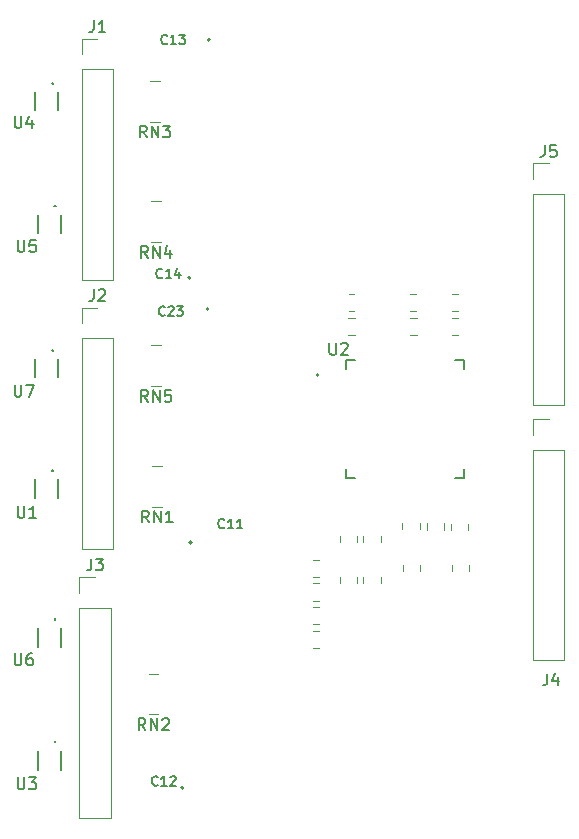
<source format=gbr>
%TF.GenerationSoftware,KiCad,Pcbnew,8.0.4*%
%TF.CreationDate,2024-11-14T19:13:44-05:00*%
%TF.ProjectId,ADS1299_Breakout_Board,41445331-3239-4395-9f42-7265616b6f75,rev?*%
%TF.SameCoordinates,Original*%
%TF.FileFunction,Legend,Top*%
%TF.FilePolarity,Positive*%
%FSLAX46Y46*%
G04 Gerber Fmt 4.6, Leading zero omitted, Abs format (unit mm)*
G04 Created by KiCad (PCBNEW 8.0.4) date 2024-11-14 19:13:44*
%MOMM*%
%LPD*%
G01*
G04 APERTURE LIST*
%ADD10C,0.150000*%
%ADD11C,0.120000*%
%ADD12C,0.200000*%
%ADD13C,0.152400*%
%ADD14C,0.127000*%
G04 APERTURE END LIST*
D10*
X144085714Y-110061104D02*
X144047618Y-110099200D01*
X144047618Y-110099200D02*
X143933333Y-110137295D01*
X143933333Y-110137295D02*
X143857142Y-110137295D01*
X143857142Y-110137295D02*
X143742856Y-110099200D01*
X143742856Y-110099200D02*
X143666666Y-110023009D01*
X143666666Y-110023009D02*
X143628571Y-109946819D01*
X143628571Y-109946819D02*
X143590475Y-109794438D01*
X143590475Y-109794438D02*
X143590475Y-109680152D01*
X143590475Y-109680152D02*
X143628571Y-109527771D01*
X143628571Y-109527771D02*
X143666666Y-109451580D01*
X143666666Y-109451580D02*
X143742856Y-109375390D01*
X143742856Y-109375390D02*
X143857142Y-109337295D01*
X143857142Y-109337295D02*
X143933333Y-109337295D01*
X143933333Y-109337295D02*
X144047618Y-109375390D01*
X144047618Y-109375390D02*
X144085714Y-109413485D01*
X144847618Y-110137295D02*
X144390475Y-110137295D01*
X144619047Y-110137295D02*
X144619047Y-109337295D01*
X144619047Y-109337295D02*
X144542856Y-109451580D01*
X144542856Y-109451580D02*
X144466666Y-109527771D01*
X144466666Y-109527771D02*
X144390475Y-109565866D01*
X145152380Y-109413485D02*
X145190476Y-109375390D01*
X145190476Y-109375390D02*
X145266666Y-109337295D01*
X145266666Y-109337295D02*
X145457142Y-109337295D01*
X145457142Y-109337295D02*
X145533333Y-109375390D01*
X145533333Y-109375390D02*
X145571428Y-109413485D01*
X145571428Y-109413485D02*
X145609523Y-109489676D01*
X145609523Y-109489676D02*
X145609523Y-109565866D01*
X145609523Y-109565866D02*
X145571428Y-109680152D01*
X145571428Y-109680152D02*
X145114285Y-110137295D01*
X145114285Y-110137295D02*
X145609523Y-110137295D01*
X143159523Y-55254819D02*
X142826190Y-54778628D01*
X142588095Y-55254819D02*
X142588095Y-54254819D01*
X142588095Y-54254819D02*
X142969047Y-54254819D01*
X142969047Y-54254819D02*
X143064285Y-54302438D01*
X143064285Y-54302438D02*
X143111904Y-54350057D01*
X143111904Y-54350057D02*
X143159523Y-54445295D01*
X143159523Y-54445295D02*
X143159523Y-54588152D01*
X143159523Y-54588152D02*
X143111904Y-54683390D01*
X143111904Y-54683390D02*
X143064285Y-54731009D01*
X143064285Y-54731009D02*
X142969047Y-54778628D01*
X142969047Y-54778628D02*
X142588095Y-54778628D01*
X143588095Y-55254819D02*
X143588095Y-54254819D01*
X143588095Y-54254819D02*
X144159523Y-55254819D01*
X144159523Y-55254819D02*
X144159523Y-54254819D01*
X144540476Y-54254819D02*
X145159523Y-54254819D01*
X145159523Y-54254819D02*
X144826190Y-54635771D01*
X144826190Y-54635771D02*
X144969047Y-54635771D01*
X144969047Y-54635771D02*
X145064285Y-54683390D01*
X145064285Y-54683390D02*
X145111904Y-54731009D01*
X145111904Y-54731009D02*
X145159523Y-54826247D01*
X145159523Y-54826247D02*
X145159523Y-55064342D01*
X145159523Y-55064342D02*
X145111904Y-55159580D01*
X145111904Y-55159580D02*
X145064285Y-55207200D01*
X145064285Y-55207200D02*
X144969047Y-55254819D01*
X144969047Y-55254819D02*
X144683333Y-55254819D01*
X144683333Y-55254819D02*
X144588095Y-55207200D01*
X144588095Y-55207200D02*
X144540476Y-55159580D01*
X132238094Y-63954820D02*
X132238094Y-64764343D01*
X132238094Y-64764343D02*
X132285713Y-64859581D01*
X132285713Y-64859581D02*
X132333332Y-64907201D01*
X132333332Y-64907201D02*
X132428570Y-64954820D01*
X132428570Y-64954820D02*
X132619046Y-64954820D01*
X132619046Y-64954820D02*
X132714284Y-64907201D01*
X132714284Y-64907201D02*
X132761903Y-64859581D01*
X132761903Y-64859581D02*
X132809522Y-64764343D01*
X132809522Y-64764343D02*
X132809522Y-63954820D01*
X133761903Y-63954820D02*
X133285713Y-63954820D01*
X133285713Y-63954820D02*
X133238094Y-64431010D01*
X133238094Y-64431010D02*
X133285713Y-64383391D01*
X133285713Y-64383391D02*
X133380951Y-64335772D01*
X133380951Y-64335772D02*
X133619046Y-64335772D01*
X133619046Y-64335772D02*
X133714284Y-64383391D01*
X133714284Y-64383391D02*
X133761903Y-64431010D01*
X133761903Y-64431010D02*
X133809522Y-64526248D01*
X133809522Y-64526248D02*
X133809522Y-64764343D01*
X133809522Y-64764343D02*
X133761903Y-64859581D01*
X133761903Y-64859581D02*
X133714284Y-64907201D01*
X133714284Y-64907201D02*
X133619046Y-64954820D01*
X133619046Y-64954820D02*
X133380951Y-64954820D01*
X133380951Y-64954820D02*
X133285713Y-64907201D01*
X133285713Y-64907201D02*
X133238094Y-64859581D01*
X143259523Y-65454819D02*
X142926190Y-64978628D01*
X142688095Y-65454819D02*
X142688095Y-64454819D01*
X142688095Y-64454819D02*
X143069047Y-64454819D01*
X143069047Y-64454819D02*
X143164285Y-64502438D01*
X143164285Y-64502438D02*
X143211904Y-64550057D01*
X143211904Y-64550057D02*
X143259523Y-64645295D01*
X143259523Y-64645295D02*
X143259523Y-64788152D01*
X143259523Y-64788152D02*
X143211904Y-64883390D01*
X143211904Y-64883390D02*
X143164285Y-64931009D01*
X143164285Y-64931009D02*
X143069047Y-64978628D01*
X143069047Y-64978628D02*
X142688095Y-64978628D01*
X143688095Y-65454819D02*
X143688095Y-64454819D01*
X143688095Y-64454819D02*
X144259523Y-65454819D01*
X144259523Y-65454819D02*
X144259523Y-64454819D01*
X145164285Y-64788152D02*
X145164285Y-65454819D01*
X144926190Y-64407200D02*
X144688095Y-65121485D01*
X144688095Y-65121485D02*
X145307142Y-65121485D01*
X143059523Y-105454819D02*
X142726190Y-104978628D01*
X142488095Y-105454819D02*
X142488095Y-104454819D01*
X142488095Y-104454819D02*
X142869047Y-104454819D01*
X142869047Y-104454819D02*
X142964285Y-104502438D01*
X142964285Y-104502438D02*
X143011904Y-104550057D01*
X143011904Y-104550057D02*
X143059523Y-104645295D01*
X143059523Y-104645295D02*
X143059523Y-104788152D01*
X143059523Y-104788152D02*
X143011904Y-104883390D01*
X143011904Y-104883390D02*
X142964285Y-104931009D01*
X142964285Y-104931009D02*
X142869047Y-104978628D01*
X142869047Y-104978628D02*
X142488095Y-104978628D01*
X143488095Y-105454819D02*
X143488095Y-104454819D01*
X143488095Y-104454819D02*
X144059523Y-105454819D01*
X144059523Y-105454819D02*
X144059523Y-104454819D01*
X144488095Y-104550057D02*
X144535714Y-104502438D01*
X144535714Y-104502438D02*
X144630952Y-104454819D01*
X144630952Y-104454819D02*
X144869047Y-104454819D01*
X144869047Y-104454819D02*
X144964285Y-104502438D01*
X144964285Y-104502438D02*
X145011904Y-104550057D01*
X145011904Y-104550057D02*
X145059523Y-104645295D01*
X145059523Y-104645295D02*
X145059523Y-104740533D01*
X145059523Y-104740533D02*
X145011904Y-104883390D01*
X145011904Y-104883390D02*
X144440476Y-105454819D01*
X144440476Y-105454819D02*
X145059523Y-105454819D01*
X144485714Y-67086104D02*
X144447618Y-67124200D01*
X144447618Y-67124200D02*
X144333333Y-67162295D01*
X144333333Y-67162295D02*
X144257142Y-67162295D01*
X144257142Y-67162295D02*
X144142856Y-67124200D01*
X144142856Y-67124200D02*
X144066666Y-67048009D01*
X144066666Y-67048009D02*
X144028571Y-66971819D01*
X144028571Y-66971819D02*
X143990475Y-66819438D01*
X143990475Y-66819438D02*
X143990475Y-66705152D01*
X143990475Y-66705152D02*
X144028571Y-66552771D01*
X144028571Y-66552771D02*
X144066666Y-66476580D01*
X144066666Y-66476580D02*
X144142856Y-66400390D01*
X144142856Y-66400390D02*
X144257142Y-66362295D01*
X144257142Y-66362295D02*
X144333333Y-66362295D01*
X144333333Y-66362295D02*
X144447618Y-66400390D01*
X144447618Y-66400390D02*
X144485714Y-66438485D01*
X145247618Y-67162295D02*
X144790475Y-67162295D01*
X145019047Y-67162295D02*
X145019047Y-66362295D01*
X145019047Y-66362295D02*
X144942856Y-66476580D01*
X144942856Y-66476580D02*
X144866666Y-66552771D01*
X144866666Y-66552771D02*
X144790475Y-66590866D01*
X145933333Y-66628961D02*
X145933333Y-67162295D01*
X145742857Y-66324200D02*
X145552380Y-66895628D01*
X145552380Y-66895628D02*
X146047619Y-66895628D01*
X131988094Y-53454820D02*
X131988094Y-54264343D01*
X131988094Y-54264343D02*
X132035713Y-54359581D01*
X132035713Y-54359581D02*
X132083332Y-54407201D01*
X132083332Y-54407201D02*
X132178570Y-54454820D01*
X132178570Y-54454820D02*
X132369046Y-54454820D01*
X132369046Y-54454820D02*
X132464284Y-54407201D01*
X132464284Y-54407201D02*
X132511903Y-54359581D01*
X132511903Y-54359581D02*
X132559522Y-54264343D01*
X132559522Y-54264343D02*
X132559522Y-53454820D01*
X133464284Y-53788153D02*
X133464284Y-54454820D01*
X133226189Y-53407201D02*
X132988094Y-54121486D01*
X132988094Y-54121486D02*
X133607141Y-54121486D01*
X158638095Y-72654819D02*
X158638095Y-73464342D01*
X158638095Y-73464342D02*
X158685714Y-73559580D01*
X158685714Y-73559580D02*
X158733333Y-73607200D01*
X158733333Y-73607200D02*
X158828571Y-73654819D01*
X158828571Y-73654819D02*
X159019047Y-73654819D01*
X159019047Y-73654819D02*
X159114285Y-73607200D01*
X159114285Y-73607200D02*
X159161904Y-73559580D01*
X159161904Y-73559580D02*
X159209523Y-73464342D01*
X159209523Y-73464342D02*
X159209523Y-72654819D01*
X159638095Y-72750057D02*
X159685714Y-72702438D01*
X159685714Y-72702438D02*
X159780952Y-72654819D01*
X159780952Y-72654819D02*
X160019047Y-72654819D01*
X160019047Y-72654819D02*
X160114285Y-72702438D01*
X160114285Y-72702438D02*
X160161904Y-72750057D01*
X160161904Y-72750057D02*
X160209523Y-72845295D01*
X160209523Y-72845295D02*
X160209523Y-72940533D01*
X160209523Y-72940533D02*
X160161904Y-73083390D01*
X160161904Y-73083390D02*
X159590476Y-73654819D01*
X159590476Y-73654819D02*
X160209523Y-73654819D01*
X138666666Y-68124819D02*
X138666666Y-68839104D01*
X138666666Y-68839104D02*
X138619047Y-68981961D01*
X138619047Y-68981961D02*
X138523809Y-69077200D01*
X138523809Y-69077200D02*
X138380952Y-69124819D01*
X138380952Y-69124819D02*
X138285714Y-69124819D01*
X139095238Y-68220057D02*
X139142857Y-68172438D01*
X139142857Y-68172438D02*
X139238095Y-68124819D01*
X139238095Y-68124819D02*
X139476190Y-68124819D01*
X139476190Y-68124819D02*
X139571428Y-68172438D01*
X139571428Y-68172438D02*
X139619047Y-68220057D01*
X139619047Y-68220057D02*
X139666666Y-68315295D01*
X139666666Y-68315295D02*
X139666666Y-68410533D01*
X139666666Y-68410533D02*
X139619047Y-68553390D01*
X139619047Y-68553390D02*
X139047619Y-69124819D01*
X139047619Y-69124819D02*
X139666666Y-69124819D01*
X143259523Y-77654819D02*
X142926190Y-77178628D01*
X142688095Y-77654819D02*
X142688095Y-76654819D01*
X142688095Y-76654819D02*
X143069047Y-76654819D01*
X143069047Y-76654819D02*
X143164285Y-76702438D01*
X143164285Y-76702438D02*
X143211904Y-76750057D01*
X143211904Y-76750057D02*
X143259523Y-76845295D01*
X143259523Y-76845295D02*
X143259523Y-76988152D01*
X143259523Y-76988152D02*
X143211904Y-77083390D01*
X143211904Y-77083390D02*
X143164285Y-77131009D01*
X143164285Y-77131009D02*
X143069047Y-77178628D01*
X143069047Y-77178628D02*
X142688095Y-77178628D01*
X143688095Y-77654819D02*
X143688095Y-76654819D01*
X143688095Y-76654819D02*
X144259523Y-77654819D01*
X144259523Y-77654819D02*
X144259523Y-76654819D01*
X145211904Y-76654819D02*
X144735714Y-76654819D01*
X144735714Y-76654819D02*
X144688095Y-77131009D01*
X144688095Y-77131009D02*
X144735714Y-77083390D01*
X144735714Y-77083390D02*
X144830952Y-77035771D01*
X144830952Y-77035771D02*
X145069047Y-77035771D01*
X145069047Y-77035771D02*
X145164285Y-77083390D01*
X145164285Y-77083390D02*
X145211904Y-77131009D01*
X145211904Y-77131009D02*
X145259523Y-77226247D01*
X145259523Y-77226247D02*
X145259523Y-77464342D01*
X145259523Y-77464342D02*
X145211904Y-77559580D01*
X145211904Y-77559580D02*
X145164285Y-77607200D01*
X145164285Y-77607200D02*
X145069047Y-77654819D01*
X145069047Y-77654819D02*
X144830952Y-77654819D01*
X144830952Y-77654819D02*
X144735714Y-77607200D01*
X144735714Y-77607200D02*
X144688095Y-77559580D01*
X144885714Y-47286104D02*
X144847618Y-47324200D01*
X144847618Y-47324200D02*
X144733333Y-47362295D01*
X144733333Y-47362295D02*
X144657142Y-47362295D01*
X144657142Y-47362295D02*
X144542856Y-47324200D01*
X144542856Y-47324200D02*
X144466666Y-47248009D01*
X144466666Y-47248009D02*
X144428571Y-47171819D01*
X144428571Y-47171819D02*
X144390475Y-47019438D01*
X144390475Y-47019438D02*
X144390475Y-46905152D01*
X144390475Y-46905152D02*
X144428571Y-46752771D01*
X144428571Y-46752771D02*
X144466666Y-46676580D01*
X144466666Y-46676580D02*
X144542856Y-46600390D01*
X144542856Y-46600390D02*
X144657142Y-46562295D01*
X144657142Y-46562295D02*
X144733333Y-46562295D01*
X144733333Y-46562295D02*
X144847618Y-46600390D01*
X144847618Y-46600390D02*
X144885714Y-46638485D01*
X145647618Y-47362295D02*
X145190475Y-47362295D01*
X145419047Y-47362295D02*
X145419047Y-46562295D01*
X145419047Y-46562295D02*
X145342856Y-46676580D01*
X145342856Y-46676580D02*
X145266666Y-46752771D01*
X145266666Y-46752771D02*
X145190475Y-46790866D01*
X145914285Y-46562295D02*
X146409523Y-46562295D01*
X146409523Y-46562295D02*
X146142857Y-46867057D01*
X146142857Y-46867057D02*
X146257142Y-46867057D01*
X146257142Y-46867057D02*
X146333333Y-46905152D01*
X146333333Y-46905152D02*
X146371428Y-46943247D01*
X146371428Y-46943247D02*
X146409523Y-47019438D01*
X146409523Y-47019438D02*
X146409523Y-47209914D01*
X146409523Y-47209914D02*
X146371428Y-47286104D01*
X146371428Y-47286104D02*
X146333333Y-47324200D01*
X146333333Y-47324200D02*
X146257142Y-47362295D01*
X146257142Y-47362295D02*
X146028571Y-47362295D01*
X146028571Y-47362295D02*
X145952380Y-47324200D01*
X145952380Y-47324200D02*
X145914285Y-47286104D01*
X132238094Y-86454818D02*
X132238094Y-87264341D01*
X132238094Y-87264341D02*
X132285713Y-87359579D01*
X132285713Y-87359579D02*
X132333332Y-87407199D01*
X132333332Y-87407199D02*
X132428570Y-87454818D01*
X132428570Y-87454818D02*
X132619046Y-87454818D01*
X132619046Y-87454818D02*
X132714284Y-87407199D01*
X132714284Y-87407199D02*
X132761903Y-87359579D01*
X132761903Y-87359579D02*
X132809522Y-87264341D01*
X132809522Y-87264341D02*
X132809522Y-86454818D01*
X133809522Y-87454818D02*
X133238094Y-87454818D01*
X133523808Y-87454818D02*
X133523808Y-86454818D01*
X133523808Y-86454818D02*
X133428570Y-86597675D01*
X133428570Y-86597675D02*
X133333332Y-86692913D01*
X133333332Y-86692913D02*
X133238094Y-86740532D01*
X138666666Y-45344819D02*
X138666666Y-46059104D01*
X138666666Y-46059104D02*
X138619047Y-46201961D01*
X138619047Y-46201961D02*
X138523809Y-46297200D01*
X138523809Y-46297200D02*
X138380952Y-46344819D01*
X138380952Y-46344819D02*
X138285714Y-46344819D01*
X139666666Y-46344819D02*
X139095238Y-46344819D01*
X139380952Y-46344819D02*
X139380952Y-45344819D01*
X139380952Y-45344819D02*
X139285714Y-45487676D01*
X139285714Y-45487676D02*
X139190476Y-45582914D01*
X139190476Y-45582914D02*
X139095238Y-45630533D01*
X143359523Y-87854819D02*
X143026190Y-87378628D01*
X142788095Y-87854819D02*
X142788095Y-86854819D01*
X142788095Y-86854819D02*
X143169047Y-86854819D01*
X143169047Y-86854819D02*
X143264285Y-86902438D01*
X143264285Y-86902438D02*
X143311904Y-86950057D01*
X143311904Y-86950057D02*
X143359523Y-87045295D01*
X143359523Y-87045295D02*
X143359523Y-87188152D01*
X143359523Y-87188152D02*
X143311904Y-87283390D01*
X143311904Y-87283390D02*
X143264285Y-87331009D01*
X143264285Y-87331009D02*
X143169047Y-87378628D01*
X143169047Y-87378628D02*
X142788095Y-87378628D01*
X143788095Y-87854819D02*
X143788095Y-86854819D01*
X143788095Y-86854819D02*
X144359523Y-87854819D01*
X144359523Y-87854819D02*
X144359523Y-86854819D01*
X145359523Y-87854819D02*
X144788095Y-87854819D01*
X145073809Y-87854819D02*
X145073809Y-86854819D01*
X145073809Y-86854819D02*
X144978571Y-86997676D01*
X144978571Y-86997676D02*
X144883333Y-87092914D01*
X144883333Y-87092914D02*
X144788095Y-87140533D01*
X132238094Y-109454818D02*
X132238094Y-110264341D01*
X132238094Y-110264341D02*
X132285713Y-110359579D01*
X132285713Y-110359579D02*
X132333332Y-110407199D01*
X132333332Y-110407199D02*
X132428570Y-110454818D01*
X132428570Y-110454818D02*
X132619046Y-110454818D01*
X132619046Y-110454818D02*
X132714284Y-110407199D01*
X132714284Y-110407199D02*
X132761903Y-110359579D01*
X132761903Y-110359579D02*
X132809522Y-110264341D01*
X132809522Y-110264341D02*
X132809522Y-109454818D01*
X133190475Y-109454818D02*
X133809522Y-109454818D01*
X133809522Y-109454818D02*
X133476189Y-109835770D01*
X133476189Y-109835770D02*
X133619046Y-109835770D01*
X133619046Y-109835770D02*
X133714284Y-109883389D01*
X133714284Y-109883389D02*
X133761903Y-109931008D01*
X133761903Y-109931008D02*
X133809522Y-110026246D01*
X133809522Y-110026246D02*
X133809522Y-110264341D01*
X133809522Y-110264341D02*
X133761903Y-110359579D01*
X133761903Y-110359579D02*
X133714284Y-110407199D01*
X133714284Y-110407199D02*
X133619046Y-110454818D01*
X133619046Y-110454818D02*
X133333332Y-110454818D01*
X133333332Y-110454818D02*
X133238094Y-110407199D01*
X133238094Y-110407199D02*
X133190475Y-110359579D01*
X131988094Y-98954818D02*
X131988094Y-99764341D01*
X131988094Y-99764341D02*
X132035713Y-99859579D01*
X132035713Y-99859579D02*
X132083332Y-99907199D01*
X132083332Y-99907199D02*
X132178570Y-99954818D01*
X132178570Y-99954818D02*
X132369046Y-99954818D01*
X132369046Y-99954818D02*
X132464284Y-99907199D01*
X132464284Y-99907199D02*
X132511903Y-99859579D01*
X132511903Y-99859579D02*
X132559522Y-99764341D01*
X132559522Y-99764341D02*
X132559522Y-98954818D01*
X133464284Y-98954818D02*
X133273808Y-98954818D01*
X133273808Y-98954818D02*
X133178570Y-99002437D01*
X133178570Y-99002437D02*
X133130951Y-99050056D01*
X133130951Y-99050056D02*
X133035713Y-99192913D01*
X133035713Y-99192913D02*
X132988094Y-99383389D01*
X132988094Y-99383389D02*
X132988094Y-99764341D01*
X132988094Y-99764341D02*
X133035713Y-99859579D01*
X133035713Y-99859579D02*
X133083332Y-99907199D01*
X133083332Y-99907199D02*
X133178570Y-99954818D01*
X133178570Y-99954818D02*
X133369046Y-99954818D01*
X133369046Y-99954818D02*
X133464284Y-99907199D01*
X133464284Y-99907199D02*
X133511903Y-99859579D01*
X133511903Y-99859579D02*
X133559522Y-99764341D01*
X133559522Y-99764341D02*
X133559522Y-99526246D01*
X133559522Y-99526246D02*
X133511903Y-99431008D01*
X133511903Y-99431008D02*
X133464284Y-99383389D01*
X133464284Y-99383389D02*
X133369046Y-99335770D01*
X133369046Y-99335770D02*
X133178570Y-99335770D01*
X133178570Y-99335770D02*
X133083332Y-99383389D01*
X133083332Y-99383389D02*
X133035713Y-99431008D01*
X133035713Y-99431008D02*
X132988094Y-99526246D01*
X149735714Y-88286104D02*
X149697618Y-88324200D01*
X149697618Y-88324200D02*
X149583333Y-88362295D01*
X149583333Y-88362295D02*
X149507142Y-88362295D01*
X149507142Y-88362295D02*
X149392856Y-88324200D01*
X149392856Y-88324200D02*
X149316666Y-88248009D01*
X149316666Y-88248009D02*
X149278571Y-88171819D01*
X149278571Y-88171819D02*
X149240475Y-88019438D01*
X149240475Y-88019438D02*
X149240475Y-87905152D01*
X149240475Y-87905152D02*
X149278571Y-87752771D01*
X149278571Y-87752771D02*
X149316666Y-87676580D01*
X149316666Y-87676580D02*
X149392856Y-87600390D01*
X149392856Y-87600390D02*
X149507142Y-87562295D01*
X149507142Y-87562295D02*
X149583333Y-87562295D01*
X149583333Y-87562295D02*
X149697618Y-87600390D01*
X149697618Y-87600390D02*
X149735714Y-87638485D01*
X150497618Y-88362295D02*
X150040475Y-88362295D01*
X150269047Y-88362295D02*
X150269047Y-87562295D01*
X150269047Y-87562295D02*
X150192856Y-87676580D01*
X150192856Y-87676580D02*
X150116666Y-87752771D01*
X150116666Y-87752771D02*
X150040475Y-87790866D01*
X151259523Y-88362295D02*
X150802380Y-88362295D01*
X151030952Y-88362295D02*
X151030952Y-87562295D01*
X151030952Y-87562295D02*
X150954761Y-87676580D01*
X150954761Y-87676580D02*
X150878571Y-87752771D01*
X150878571Y-87752771D02*
X150802380Y-87790866D01*
X144685714Y-70286104D02*
X144647618Y-70324200D01*
X144647618Y-70324200D02*
X144533333Y-70362295D01*
X144533333Y-70362295D02*
X144457142Y-70362295D01*
X144457142Y-70362295D02*
X144342856Y-70324200D01*
X144342856Y-70324200D02*
X144266666Y-70248009D01*
X144266666Y-70248009D02*
X144228571Y-70171819D01*
X144228571Y-70171819D02*
X144190475Y-70019438D01*
X144190475Y-70019438D02*
X144190475Y-69905152D01*
X144190475Y-69905152D02*
X144228571Y-69752771D01*
X144228571Y-69752771D02*
X144266666Y-69676580D01*
X144266666Y-69676580D02*
X144342856Y-69600390D01*
X144342856Y-69600390D02*
X144457142Y-69562295D01*
X144457142Y-69562295D02*
X144533333Y-69562295D01*
X144533333Y-69562295D02*
X144647618Y-69600390D01*
X144647618Y-69600390D02*
X144685714Y-69638485D01*
X144990475Y-69638485D02*
X145028571Y-69600390D01*
X145028571Y-69600390D02*
X145104761Y-69562295D01*
X145104761Y-69562295D02*
X145295237Y-69562295D01*
X145295237Y-69562295D02*
X145371428Y-69600390D01*
X145371428Y-69600390D02*
X145409523Y-69638485D01*
X145409523Y-69638485D02*
X145447618Y-69714676D01*
X145447618Y-69714676D02*
X145447618Y-69790866D01*
X145447618Y-69790866D02*
X145409523Y-69905152D01*
X145409523Y-69905152D02*
X144952380Y-70362295D01*
X144952380Y-70362295D02*
X145447618Y-70362295D01*
X145714285Y-69562295D02*
X146209523Y-69562295D01*
X146209523Y-69562295D02*
X145942857Y-69867057D01*
X145942857Y-69867057D02*
X146057142Y-69867057D01*
X146057142Y-69867057D02*
X146133333Y-69905152D01*
X146133333Y-69905152D02*
X146171428Y-69943247D01*
X146171428Y-69943247D02*
X146209523Y-70019438D01*
X146209523Y-70019438D02*
X146209523Y-70209914D01*
X146209523Y-70209914D02*
X146171428Y-70286104D01*
X146171428Y-70286104D02*
X146133333Y-70324200D01*
X146133333Y-70324200D02*
X146057142Y-70362295D01*
X146057142Y-70362295D02*
X145828571Y-70362295D01*
X145828571Y-70362295D02*
X145752380Y-70324200D01*
X145752380Y-70324200D02*
X145714285Y-70286104D01*
X176866666Y-55924819D02*
X176866666Y-56639104D01*
X176866666Y-56639104D02*
X176819047Y-56781961D01*
X176819047Y-56781961D02*
X176723809Y-56877200D01*
X176723809Y-56877200D02*
X176580952Y-56924819D01*
X176580952Y-56924819D02*
X176485714Y-56924819D01*
X177819047Y-55924819D02*
X177342857Y-55924819D01*
X177342857Y-55924819D02*
X177295238Y-56401009D01*
X177295238Y-56401009D02*
X177342857Y-56353390D01*
X177342857Y-56353390D02*
X177438095Y-56305771D01*
X177438095Y-56305771D02*
X177676190Y-56305771D01*
X177676190Y-56305771D02*
X177771428Y-56353390D01*
X177771428Y-56353390D02*
X177819047Y-56401009D01*
X177819047Y-56401009D02*
X177866666Y-56496247D01*
X177866666Y-56496247D02*
X177866666Y-56734342D01*
X177866666Y-56734342D02*
X177819047Y-56829580D01*
X177819047Y-56829580D02*
X177771428Y-56877200D01*
X177771428Y-56877200D02*
X177676190Y-56924819D01*
X177676190Y-56924819D02*
X177438095Y-56924819D01*
X177438095Y-56924819D02*
X177342857Y-56877200D01*
X177342857Y-56877200D02*
X177295238Y-56829580D01*
X131988094Y-76204818D02*
X131988094Y-77014341D01*
X131988094Y-77014341D02*
X132035713Y-77109579D01*
X132035713Y-77109579D02*
X132083332Y-77157199D01*
X132083332Y-77157199D02*
X132178570Y-77204818D01*
X132178570Y-77204818D02*
X132369046Y-77204818D01*
X132369046Y-77204818D02*
X132464284Y-77157199D01*
X132464284Y-77157199D02*
X132511903Y-77109579D01*
X132511903Y-77109579D02*
X132559522Y-77014341D01*
X132559522Y-77014341D02*
X132559522Y-76204818D01*
X132940475Y-76204818D02*
X133607141Y-76204818D01*
X133607141Y-76204818D02*
X133178570Y-77204818D01*
X138466666Y-90924819D02*
X138466666Y-91639104D01*
X138466666Y-91639104D02*
X138419047Y-91781961D01*
X138419047Y-91781961D02*
X138323809Y-91877200D01*
X138323809Y-91877200D02*
X138180952Y-91924819D01*
X138180952Y-91924819D02*
X138085714Y-91924819D01*
X138847619Y-90924819D02*
X139466666Y-90924819D01*
X139466666Y-90924819D02*
X139133333Y-91305771D01*
X139133333Y-91305771D02*
X139276190Y-91305771D01*
X139276190Y-91305771D02*
X139371428Y-91353390D01*
X139371428Y-91353390D02*
X139419047Y-91401009D01*
X139419047Y-91401009D02*
X139466666Y-91496247D01*
X139466666Y-91496247D02*
X139466666Y-91734342D01*
X139466666Y-91734342D02*
X139419047Y-91829580D01*
X139419047Y-91829580D02*
X139371428Y-91877200D01*
X139371428Y-91877200D02*
X139276190Y-91924819D01*
X139276190Y-91924819D02*
X138990476Y-91924819D01*
X138990476Y-91924819D02*
X138895238Y-91877200D01*
X138895238Y-91877200D02*
X138847619Y-91829580D01*
X177066666Y-100654819D02*
X177066666Y-101369104D01*
X177066666Y-101369104D02*
X177019047Y-101511961D01*
X177019047Y-101511961D02*
X176923809Y-101607200D01*
X176923809Y-101607200D02*
X176780952Y-101654819D01*
X176780952Y-101654819D02*
X176685714Y-101654819D01*
X177971428Y-100988152D02*
X177971428Y-101654819D01*
X177733333Y-100607200D02*
X177495238Y-101321485D01*
X177495238Y-101321485D02*
X178114285Y-101321485D01*
D11*
%TO.C,C10*%
X160238748Y-70515000D02*
X160761252Y-70515000D01*
X160238748Y-71985000D02*
X160761252Y-71985000D01*
%TO.C,C9*%
X159515000Y-92488748D02*
X159515000Y-93011252D01*
X160985000Y-92488748D02*
X160985000Y-93011252D01*
%TO.C,C22*%
X157238748Y-95015000D02*
X157761252Y-95015000D01*
X157238748Y-96485000D02*
X157761252Y-96485000D01*
D12*
%TO.C,C12*%
X146275000Y-110325000D02*
G75*
G02*
X146075000Y-110325000I-100000J0D01*
G01*
X146075000Y-110325000D02*
G75*
G02*
X146275000Y-110325000I100000J0D01*
G01*
D11*
%TO.C,RN3*%
X143450000Y-50480000D02*
X144250000Y-50480000D01*
X143450000Y-53920000D02*
X144250000Y-53920000D01*
%TO.C,C3*%
X164803500Y-87915748D02*
X164803500Y-88438252D01*
X166273500Y-87915748D02*
X166273500Y-88438252D01*
D13*
%TO.C,U5*%
X133923000Y-61820600D02*
X133923000Y-63374600D01*
X135877000Y-63374600D02*
X135877000Y-61820600D01*
X135326171Y-61110059D02*
G75*
G02*
X135473829Y-61110059I73829J18859D01*
G01*
D11*
%TO.C,RN4*%
X143550000Y-60680000D02*
X144350000Y-60680000D01*
X143550000Y-64120000D02*
X144350000Y-64120000D01*
%TO.C,C17*%
X159515000Y-88988748D02*
X159515000Y-89511252D01*
X160985000Y-88988748D02*
X160985000Y-89511252D01*
%TO.C,RN2*%
X143350000Y-100680000D02*
X144150000Y-100680000D01*
X143350000Y-104120000D02*
X144150000Y-104120000D01*
%TO.C,C15*%
X169038748Y-70515000D02*
X169561252Y-70515000D01*
X169038748Y-71985000D02*
X169561252Y-71985000D01*
D12*
%TO.C,C14*%
X146875000Y-67150000D02*
G75*
G02*
X146675000Y-67150000I-100000J0D01*
G01*
X146675000Y-67150000D02*
G75*
G02*
X146875000Y-67150000I100000J0D01*
G01*
D13*
%TO.C,U4*%
X133723000Y-51420600D02*
X133723000Y-52974600D01*
X135677000Y-52974600D02*
X135677000Y-51420600D01*
X135126171Y-50710059D02*
G75*
G02*
X135273829Y-50710059I73829J18859D01*
G01*
D11*
%TO.C,C7*%
X165488748Y-70515000D02*
X166011252Y-70515000D01*
X165488748Y-71985000D02*
X166011252Y-71985000D01*
%TO.C,C6*%
X166009052Y-68515000D02*
X165486548Y-68515000D01*
X166009052Y-69985000D02*
X165486548Y-69985000D01*
%TO.C,C18*%
X161515000Y-88988748D02*
X161515000Y-89511252D01*
X162985000Y-88988748D02*
X162985000Y-89511252D01*
D14*
%TO.C,U2*%
X160050000Y-74120000D02*
X160050000Y-74910000D01*
X160050000Y-74120000D02*
X160840000Y-74120000D01*
X160050000Y-84120000D02*
X160050000Y-83330000D01*
X160050000Y-84120000D02*
X160840000Y-84120000D01*
X170050000Y-74120000D02*
X169260000Y-74120000D01*
X170050000Y-74120000D02*
X170050000Y-74910000D01*
X170050000Y-84120000D02*
X169260000Y-84120000D01*
X170050000Y-84120000D02*
X170050000Y-83330000D01*
D12*
X157710000Y-75370000D02*
G75*
G02*
X157510000Y-75370000I-100000J0D01*
G01*
X157510000Y-75370000D02*
G75*
G02*
X157710000Y-75370000I100000J0D01*
G01*
D11*
%TO.C,C20*%
X157238748Y-93015000D02*
X157761252Y-93015000D01*
X157238748Y-94485000D02*
X157761252Y-94485000D01*
%TO.C,J2*%
X137670000Y-69670000D02*
X139000000Y-69670000D01*
X137670000Y-71000000D02*
X137670000Y-69670000D01*
X137670000Y-72270000D02*
X137670000Y-90110000D01*
X137670000Y-72270000D02*
X140330000Y-72270000D01*
X137670000Y-90110000D02*
X140330000Y-90110000D01*
X140330000Y-72270000D02*
X140330000Y-90110000D01*
%TO.C,RN5*%
X143550000Y-72880000D02*
X144350000Y-72880000D01*
X143550000Y-76320000D02*
X144350000Y-76320000D01*
D12*
%TO.C,C13*%
X148525000Y-47000000D02*
G75*
G02*
X148325000Y-47000000I-100000J0D01*
G01*
X148325000Y-47000000D02*
G75*
G02*
X148525000Y-47000000I100000J0D01*
G01*
D11*
%TO.C,R1*%
X160727064Y-68515000D02*
X160272936Y-68515000D01*
X160727064Y-69985000D02*
X160272936Y-69985000D01*
D13*
%TO.C,U1*%
X133723000Y-84225400D02*
X133723000Y-85779400D01*
X135677000Y-85779400D02*
X135677000Y-84225400D01*
X135126171Y-83514859D02*
G75*
G02*
X135273829Y-83514859I73829J18859D01*
G01*
D11*
%TO.C,J1*%
X137670000Y-46890000D02*
X139000000Y-46890000D01*
X137670000Y-48220000D02*
X137670000Y-46890000D01*
X137670000Y-49490000D02*
X137670000Y-67330000D01*
X137670000Y-49490000D02*
X140330000Y-49490000D01*
X137670000Y-67330000D02*
X140330000Y-67330000D01*
X140330000Y-49490000D02*
X140330000Y-67330000D01*
%TO.C,RN1*%
X143650000Y-83080000D02*
X144450000Y-83080000D01*
X143650000Y-86520000D02*
X144450000Y-86520000D01*
%TO.C,C5*%
X168914400Y-87988748D02*
X168914400Y-88511252D01*
X170384400Y-87988748D02*
X170384400Y-88511252D01*
D13*
%TO.C,U3*%
X133923000Y-107225400D02*
X133923000Y-108779400D01*
X135877000Y-108779400D02*
X135877000Y-107225400D01*
X135326171Y-106514859D02*
G75*
G02*
X135473829Y-106514859I73829J18859D01*
G01*
D11*
%TO.C,C16*%
X168988748Y-68515000D02*
X169511252Y-68515000D01*
X168988748Y-69985000D02*
X169511252Y-69985000D01*
%TO.C,C21*%
X157238748Y-91015000D02*
X157761252Y-91015000D01*
X157238748Y-92485000D02*
X157761252Y-92485000D01*
%TO.C,C8*%
X161515000Y-92488748D02*
X161515000Y-93011252D01*
X162985000Y-92488748D02*
X162985000Y-93011252D01*
%TO.C,C1*%
X168982800Y-92011252D02*
X168982800Y-91488748D01*
X170452800Y-92011252D02*
X170452800Y-91488748D01*
D13*
%TO.C,U6*%
X133923000Y-96825400D02*
X133923000Y-98379400D01*
X135877000Y-98379400D02*
X135877000Y-96825400D01*
X135326171Y-96114859D02*
G75*
G02*
X135473829Y-96114859I73829J18859D01*
G01*
D11*
%TO.C,C2*%
X164865000Y-92011252D02*
X164865000Y-91488748D01*
X166335000Y-92011252D02*
X166335000Y-91488748D01*
D12*
%TO.C,C11*%
X146975000Y-89550000D02*
G75*
G02*
X146775000Y-89550000I-100000J0D01*
G01*
X146775000Y-89550000D02*
G75*
G02*
X146975000Y-89550000I100000J0D01*
G01*
%TO.C,C23*%
X148425000Y-69800000D02*
G75*
G02*
X148225000Y-69800000I-100000J0D01*
G01*
X148225000Y-69800000D02*
G75*
G02*
X148425000Y-69800000I100000J0D01*
G01*
D11*
%TO.C,J5*%
X175870000Y-57470000D02*
X177200000Y-57470000D01*
X175870000Y-58800000D02*
X175870000Y-57470000D01*
X175870000Y-60070000D02*
X175870000Y-77910000D01*
X175870000Y-60070000D02*
X178530000Y-60070000D01*
X175870000Y-77910000D02*
X178530000Y-77910000D01*
X178530000Y-60070000D02*
X178530000Y-77910000D01*
D13*
%TO.C,U7*%
X133723000Y-74025400D02*
X133723000Y-75579400D01*
X135677000Y-75579400D02*
X135677000Y-74025400D01*
X135126171Y-73314859D02*
G75*
G02*
X135273829Y-73314859I73829J18859D01*
G01*
D11*
%TO.C,C19*%
X157238748Y-97015000D02*
X157761252Y-97015000D01*
X157238748Y-98485000D02*
X157761252Y-98485000D01*
%TO.C,C4*%
X166865000Y-87945848D02*
X166865000Y-88468352D01*
X168335000Y-87945848D02*
X168335000Y-88468352D01*
%TO.C,J3*%
X137470000Y-92470000D02*
X138800000Y-92470000D01*
X137470000Y-93800000D02*
X137470000Y-92470000D01*
X137470000Y-95070000D02*
X137470000Y-112910000D01*
X137470000Y-95070000D02*
X140130000Y-95070000D01*
X137470000Y-112910000D02*
X140130000Y-112910000D01*
X140130000Y-95070000D02*
X140130000Y-112910000D01*
%TO.C,J4*%
X175870000Y-79110000D02*
X177200000Y-79110000D01*
X175870000Y-80440000D02*
X175870000Y-79110000D01*
X175870000Y-81710000D02*
X175870000Y-99550000D01*
X175870000Y-81710000D02*
X178530000Y-81710000D01*
X175870000Y-99550000D02*
X178530000Y-99550000D01*
X178530000Y-81710000D02*
X178530000Y-99550000D01*
%TD*%
M02*

</source>
